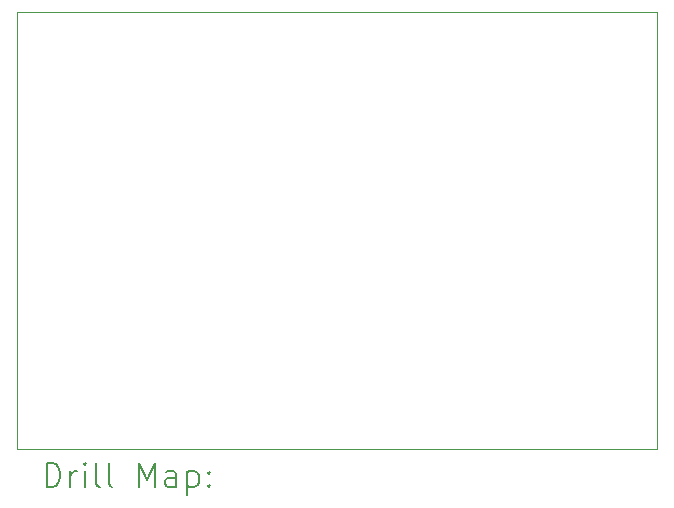
<source format=gbr>
%TF.GenerationSoftware,KiCad,Pcbnew,7.0.10*%
%TF.CreationDate,2024-10-31T16:29:59-04:00*%
%TF.ProjectId,pcb_v1,7063625f-7631-42e6-9b69-6361645f7063,rev?*%
%TF.SameCoordinates,Original*%
%TF.FileFunction,Drillmap*%
%TF.FilePolarity,Positive*%
%FSLAX45Y45*%
G04 Gerber Fmt 4.5, Leading zero omitted, Abs format (unit mm)*
G04 Created by KiCad (PCBNEW 7.0.10) date 2024-10-31 16:29:59*
%MOMM*%
%LPD*%
G01*
G04 APERTURE LIST*
%ADD10C,0.100000*%
%ADD11C,0.200000*%
G04 APERTURE END LIST*
D10*
X10675000Y-8700000D02*
X16100000Y-8700000D01*
X16100000Y-12400000D01*
X10675000Y-12400000D01*
X10675000Y-8700000D01*
D11*
X10930777Y-12716484D02*
X10930777Y-12516484D01*
X10930777Y-12516484D02*
X10978396Y-12516484D01*
X10978396Y-12516484D02*
X11006967Y-12526008D01*
X11006967Y-12526008D02*
X11026015Y-12545055D01*
X11026015Y-12545055D02*
X11035539Y-12564103D01*
X11035539Y-12564103D02*
X11045063Y-12602198D01*
X11045063Y-12602198D02*
X11045063Y-12630769D01*
X11045063Y-12630769D02*
X11035539Y-12668865D01*
X11035539Y-12668865D02*
X11026015Y-12687912D01*
X11026015Y-12687912D02*
X11006967Y-12706960D01*
X11006967Y-12706960D02*
X10978396Y-12716484D01*
X10978396Y-12716484D02*
X10930777Y-12716484D01*
X11130777Y-12716484D02*
X11130777Y-12583150D01*
X11130777Y-12621246D02*
X11140301Y-12602198D01*
X11140301Y-12602198D02*
X11149824Y-12592674D01*
X11149824Y-12592674D02*
X11168872Y-12583150D01*
X11168872Y-12583150D02*
X11187920Y-12583150D01*
X11254586Y-12716484D02*
X11254586Y-12583150D01*
X11254586Y-12516484D02*
X11245062Y-12526008D01*
X11245062Y-12526008D02*
X11254586Y-12535531D01*
X11254586Y-12535531D02*
X11264110Y-12526008D01*
X11264110Y-12526008D02*
X11254586Y-12516484D01*
X11254586Y-12516484D02*
X11254586Y-12535531D01*
X11378396Y-12716484D02*
X11359348Y-12706960D01*
X11359348Y-12706960D02*
X11349824Y-12687912D01*
X11349824Y-12687912D02*
X11349824Y-12516484D01*
X11483158Y-12716484D02*
X11464110Y-12706960D01*
X11464110Y-12706960D02*
X11454586Y-12687912D01*
X11454586Y-12687912D02*
X11454586Y-12516484D01*
X11711729Y-12716484D02*
X11711729Y-12516484D01*
X11711729Y-12516484D02*
X11778396Y-12659341D01*
X11778396Y-12659341D02*
X11845062Y-12516484D01*
X11845062Y-12516484D02*
X11845062Y-12716484D01*
X12026015Y-12716484D02*
X12026015Y-12611722D01*
X12026015Y-12611722D02*
X12016491Y-12592674D01*
X12016491Y-12592674D02*
X11997443Y-12583150D01*
X11997443Y-12583150D02*
X11959348Y-12583150D01*
X11959348Y-12583150D02*
X11940301Y-12592674D01*
X12026015Y-12706960D02*
X12006967Y-12716484D01*
X12006967Y-12716484D02*
X11959348Y-12716484D01*
X11959348Y-12716484D02*
X11940301Y-12706960D01*
X11940301Y-12706960D02*
X11930777Y-12687912D01*
X11930777Y-12687912D02*
X11930777Y-12668865D01*
X11930777Y-12668865D02*
X11940301Y-12649817D01*
X11940301Y-12649817D02*
X11959348Y-12640293D01*
X11959348Y-12640293D02*
X12006967Y-12640293D01*
X12006967Y-12640293D02*
X12026015Y-12630769D01*
X12121253Y-12583150D02*
X12121253Y-12783150D01*
X12121253Y-12592674D02*
X12140301Y-12583150D01*
X12140301Y-12583150D02*
X12178396Y-12583150D01*
X12178396Y-12583150D02*
X12197443Y-12592674D01*
X12197443Y-12592674D02*
X12206967Y-12602198D01*
X12206967Y-12602198D02*
X12216491Y-12621246D01*
X12216491Y-12621246D02*
X12216491Y-12678388D01*
X12216491Y-12678388D02*
X12206967Y-12697436D01*
X12206967Y-12697436D02*
X12197443Y-12706960D01*
X12197443Y-12706960D02*
X12178396Y-12716484D01*
X12178396Y-12716484D02*
X12140301Y-12716484D01*
X12140301Y-12716484D02*
X12121253Y-12706960D01*
X12302205Y-12697436D02*
X12311729Y-12706960D01*
X12311729Y-12706960D02*
X12302205Y-12716484D01*
X12302205Y-12716484D02*
X12292682Y-12706960D01*
X12292682Y-12706960D02*
X12302205Y-12697436D01*
X12302205Y-12697436D02*
X12302205Y-12716484D01*
X12302205Y-12592674D02*
X12311729Y-12602198D01*
X12311729Y-12602198D02*
X12302205Y-12611722D01*
X12302205Y-12611722D02*
X12292682Y-12602198D01*
X12292682Y-12602198D02*
X12302205Y-12592674D01*
X12302205Y-12592674D02*
X12302205Y-12611722D01*
M02*

</source>
